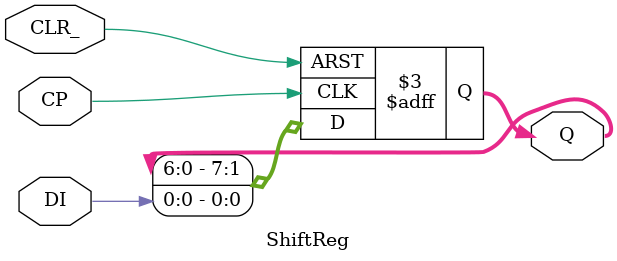
<source format=v>
/**
	模块名称：N位寄存器
	输入：N位输入，时钟，复位
	输出：N位输出
	@Author: Johnson Liu (JourneyBean)
	@Date: 2020/5/6
*/

module Register

# ( parameter N=8 )

(
	output	reg		[N-1:0]	Q,
	input	wire	[N-1:0]	DI,
	input	wire	CP, CLR_
);

always @ ( posedge CP or negedge CLR_ )
	if ( ~CLR_ )
		Q <= 0;
	else if ( CP )
		Q <= DI;

endmodule

module ShiftReg

# ( parameter N=8 )

(
	output	reg		[N-1:0]	Q,
	input	wire	DI,
	input	wire	CP, CLR_
);

always @ ( posedge CP or negedge CLR_ )
	if ( ~CLR_ )
		Q <= {N{1'b0}};
	else
	begin
		Q[0]     <= DI;
		Q[N-1:1] <= Q[N-2:0];
	end

endmodule

</source>
